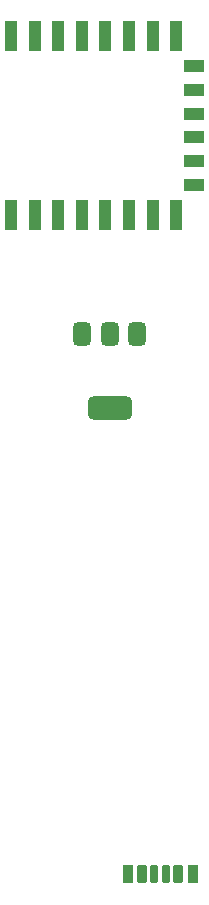
<source format=gbr>
%TF.GenerationSoftware,KiCad,Pcbnew,8.0.7*%
%TF.CreationDate,2025-02-10T18:12:50+08:00*%
%TF.ProjectId,bb-0.4,62622d30-2e34-42e6-9b69-6361645f7063,rev?*%
%TF.SameCoordinates,Original*%
%TF.FileFunction,Paste,Top*%
%TF.FilePolarity,Positive*%
%FSLAX46Y46*%
G04 Gerber Fmt 4.6, Leading zero omitted, Abs format (unit mm)*
G04 Created by KiCad (PCBNEW 8.0.7) date 2025-02-10 18:12:50*
%MOMM*%
%LPD*%
G01*
G04 APERTURE LIST*
G04 Aperture macros list*
%AMRoundRect*
0 Rectangle with rounded corners*
0 $1 Rounding radius*
0 $2 $3 $4 $5 $6 $7 $8 $9 X,Y pos of 4 corners*
0 Add a 4 corners polygon primitive as box body*
4,1,4,$2,$3,$4,$5,$6,$7,$8,$9,$2,$3,0*
0 Add four circle primitives for the rounded corners*
1,1,$1+$1,$2,$3*
1,1,$1+$1,$4,$5*
1,1,$1+$1,$6,$7*
1,1,$1+$1,$8,$9*
0 Add four rect primitives between the rounded corners*
20,1,$1+$1,$2,$3,$4,$5,0*
20,1,$1+$1,$4,$5,$6,$7,0*
20,1,$1+$1,$6,$7,$8,$9,0*
20,1,$1+$1,$8,$9,$2,$3,0*%
G04 Aperture macros list end*
%ADD10RoundRect,0.225000X-0.225000X-0.575000X0.225000X-0.575000X0.225000X0.575000X-0.225000X0.575000X0*%
%ADD11RoundRect,0.200000X-0.200000X-0.600000X0.200000X-0.600000X0.200000X0.600000X-0.200000X0.600000X0*%
%ADD12RoundRect,0.175000X-0.175000X-0.625000X0.175000X-0.625000X0.175000X0.625000X-0.175000X0.625000X0*%
%ADD13RoundRect,0.375000X-0.375000X0.625000X-0.375000X-0.625000X0.375000X-0.625000X0.375000X0.625000X0*%
%ADD14RoundRect,0.500000X-1.400000X0.500000X-1.400000X-0.500000X1.400000X-0.500000X1.400000X0.500000X0*%
%ADD15R,1.000000X2.500000*%
%ADD16R,1.800000X1.000000*%
G04 APERTURE END LIST*
D10*
%TO.C,J4*%
X113840000Y-184370000D03*
D11*
X115070000Y-184370000D03*
D12*
X117090000Y-184370000D03*
D10*
X119340000Y-184370000D03*
D11*
X118110000Y-184370000D03*
D12*
X116090000Y-184370000D03*
%TD*%
D13*
%TO.C,U2*%
X114600000Y-138650000D03*
X112300000Y-138650001D03*
D14*
X112300000Y-144949999D03*
D13*
X110000000Y-138650000D03*
%TD*%
D15*
%TO.C,U1*%
X103950000Y-128600000D03*
X105950000Y-128600000D03*
X107950000Y-128600000D03*
X109949999Y-128600000D03*
X111950000Y-128600000D03*
X113950001Y-128600000D03*
X115950000Y-128600000D03*
X117950000Y-128600000D03*
D16*
X119449999Y-126000000D03*
X119450000Y-124000000D03*
X119450000Y-122000000D03*
X119450000Y-120000000D03*
X119450000Y-118000000D03*
X119449999Y-116000000D03*
D15*
X117950000Y-113400000D03*
X115950000Y-113400000D03*
X113950001Y-113400000D03*
X111950000Y-113400000D03*
X109949999Y-113400000D03*
X107950000Y-113400000D03*
X105950000Y-113400000D03*
X103950000Y-113400000D03*
%TD*%
M02*

</source>
